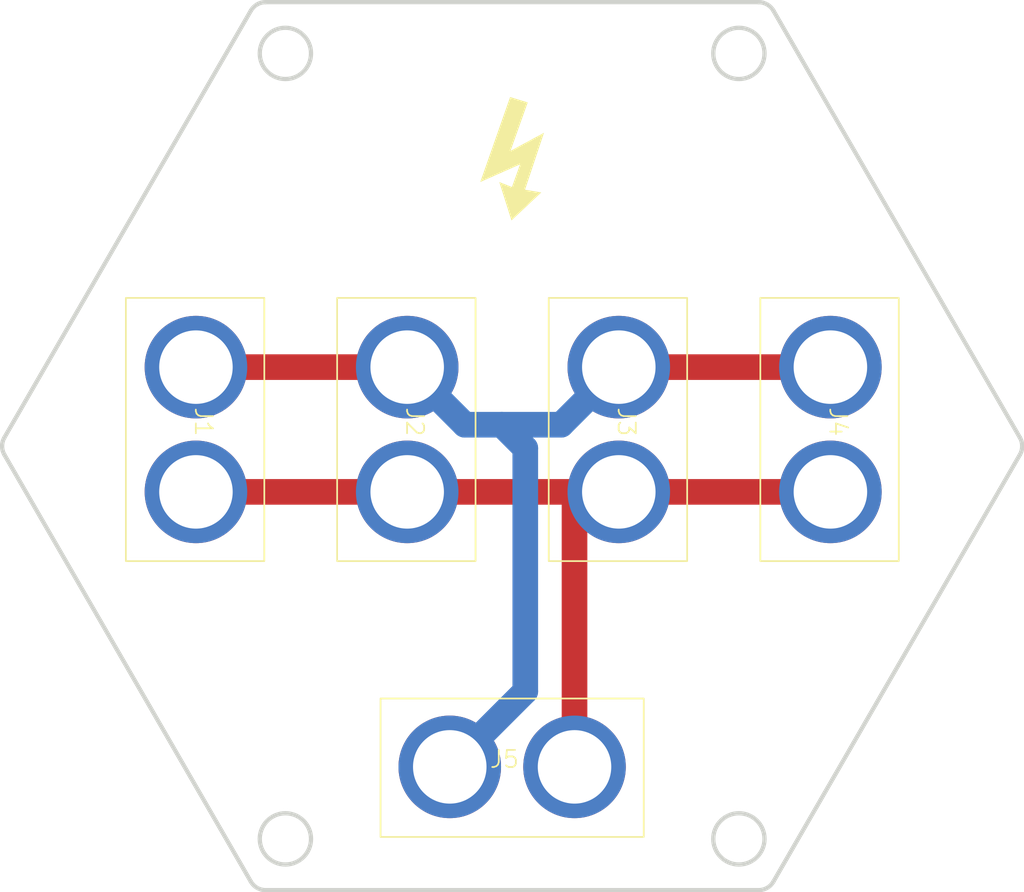
<source format=kicad_pcb>
(kicad_pcb (version 20221018) (generator pcbnew)
  (layers (0 "F.Cu" signal) (31 "B.Cu" signal) (34 "B.Paste" user) (35 "F.Paste" user) (36 "B.SilkS" user "B.Silkscreen") (37 "F.SilkS" user "F.Silkscreen") (38 "B.Mask" user) (39 "F.Mask" user) (44 "Edge.Cuts" user))
  (net 0 "")
  (net 1 "Net-(J1-Pad2)")
  (net 2 "Net-(J1-Pad1)")
  (footprint "XT-60:XT-60-Measured" (layer "F.Cu") (at 152.7423 100.1265 -90)
    (fp_text reference "J3" (at -0.45 -0.5 -90 unlocked) (layer "F.SilkS") (effects (font (thickness 0.1))))
    (fp_text value "XT60PW-F" hide)
    (fp_rect (start -7.7 -4.05) (end 7.7 4.05) (stroke (width 0.1)) (fill none) (layer "F.SilkS"))
    (pad "1" thru_hole circle (at -3.65 -0.05 270) (size 6 6) (drill 4.3) (layers "*.Cu" "*.Mask") (net 2 "Net-(J1-Pad1)"))
    (pad "2" thru_hole circle (at 3.65 -0.05 270) (size 6 6) (drill 4.3) (layers "*.Cu" "*.Mask") (net 1 "Net-(J1-Pad2)"))
  )
  (footprint "XT-60:XT-60-Measured" (layer "F.Cu") (at 146.5513 119.9175)
    (fp_text reference "J5" (at -0.45 -0.5 unlocked) (layer "F.SilkS") (effects (font (thickness 0.1))))
    (fp_text value "XT60PW-F" hide)
    (fp_rect (start -7.7 -4.05) (end 7.7 4.05) (stroke (width 0.1)) (fill none) (layer "F.SilkS"))
    (pad "1" thru_hole circle (at -3.65 -0.05) (size 6 6) (drill 4.3) (layers "*.Cu" "*.Mask") (net 2 "Net-(J1-Pad1)"))
    (pad "2" thru_hole circle (at 3.65 -0.05) (size 6 6) (drill 4.3) (layers "*.Cu" "*.Mask") (net 1 "Net-(J1-Pad2)"))
  )
  (footprint "XT-60:XT-60-Measured" (layer "F.Cu") (at 127.9994 100.1265 -90)
    (fp_text reference "J1" (at -0.45 -0.5 -90 unlocked) (layer "F.SilkS") (effects (font (thickness 0.1))))
    (fp_text value "XT60PW-F" hide)
    (fp_rect (start -7.7 -4.05) (end 7.7 4.05) (stroke (width 0.1)) (fill none) (layer "F.SilkS"))
    (pad "1" thru_hole circle (at -3.65 -0.05 270) (size 6 6) (drill 4.3) (layers "*.Cu" "*.Mask") (net 2 "Net-(J1-Pad1)"))
    (pad "2" thru_hole circle (at 3.65 -0.05 270) (size 6 6) (drill 4.3) (layers "*.Cu" "*.Mask") (net 1 "Net-(J1-Pad2)"))
  )
  (footprint "XT-60:XT-60-Measured" (layer "F.Cu") (at 140.3603 100.1265 -90)
    (fp_text reference "J2" (at -0.45 -0.5 -90 unlocked) (layer "F.SilkS") (effects (font (thickness 0.1))))
    (fp_text value "XT60PW-F" hide)
    (fp_rect (start -7.7 -4.05) (end 7.7 4.05) (stroke (width 0.1)) (fill none) (layer "F.SilkS"))
    (pad "1" thru_hole circle (at -3.65 -0.05 270) (size 6 6) (drill 4.3) (layers "*.Cu" "*.Mask") (net 2 "Net-(J1-Pad1)"))
    (pad "2" thru_hole circle (at 3.65 -0.05 270) (size 6 6) (drill 4.3) (layers "*.Cu" "*.Mask") (net 1 "Net-(J1-Pad2)"))
  )
  (footprint "XT-60:XT-60-Measured" (layer "F.Cu") (at 165.1243 100.1265 -90)
    (fp_text reference "J4" (at -0.45 -0.5 -90 unlocked) (layer "F.SilkS") (effects (font (thickness 0.1))))
    (fp_text value "XT60PW-F" hide)
    (fp_rect (start -7.7 -4.05) (end 7.7 4.05) (stroke (width 0.1)) (fill none) (layer "F.SilkS"))
    (pad "1" thru_hole circle (at -3.65 -0.05 270) (size 6 6) (drill 4.3) (layers "*.Cu" "*.Mask") (net 2 "Net-(J1-Pad1)"))
    (pad "2" thru_hole circle (at 3.65 -0.05 270) (size 6 6) (drill 4.3) (layers "*.Cu" "*.Mask") (net 1 "Net-(J1-Pad2)"))
  )
  (gr_poly (pts (xy 147.464158 80.988959) (xy 146.45874 83.82) (xy 148.416658 82.761668) (xy 147.305408 86.095417) (xy 148.257908 86.254167) (xy 146.511657 87.894584) (xy 145.797282 85.645625) (xy 146.538117 85.936667) (xy 147.014366 84.613751) (xy 144.686032 85.645625) (xy 146.432283 80.67146)) (fill solid) (layer "F.SilkS"))
  (gr_curve (pts (xy 132.128695 75.119248) (xy 131.77143 75.119248) (xy 131.441303 75.309847) (xy 131.26267 75.619247)) (stroke (width 0.25)) (layer "Edge.Cuts"))
  (gr_line (start 116.84 101.6) (end 131.262613 126.580782) (stroke (width 0.25)) (layer "Edge.Cuts"))
  (gr_circle (center 133.283395 78.119248) (end 134.783395 78.119248) (stroke (width 0.25)) (fill none) (layer "Edge.Cuts"))
  (gr_line (start 160.973996 75.119248) (end 132.128695 75.119248) (stroke (width 0.25)) (layer "Edge.Cuts"))
  (gr_curve (pts (xy 161.840021 75.619247) (xy 161.661388 75.309847) (xy 161.331262 75.119248) (xy 160.973996 75.119248)) (stroke (width 0.25)) (layer "Edge.Cuts"))
  (gr_line (start 176.262614 100.59987) (end 161.840021 75.619247) (stroke (width 0.25)) (layer "Edge.Cuts"))
  (gr_curve (pts (xy 176.262616 101.599869) (xy 176.441248 101.290468) (xy 176.441247 100.90927) (xy 176.262614 100.59987)) (stroke (width 0.25)) (layer "Edge.Cuts"))
  (gr_curve (pts (xy 160.97394 127.08072) (xy 161.331205 127.08072) (xy 161.661331 126.89012) (xy 161.839963 126.580719)) (stroke (width 0.25)) (layer "Edge.Cuts"))
  (gr_circle (center 159.819297 124.080752) (end 161.319297 124.080752) (stroke (width 0.25)) (fill none) (layer "Edge.Cuts"))
  (gr_line (start 132.128641 127.080783) (end 160.97394 127.08072) (stroke (width 0.25)) (layer "Edge.Cuts"))
  (gr_line (start 161.839963 126.580719) (end 176.262616 101.599869) (stroke (width 0.25)) (layer "Edge.Cuts"))
  (gr_circle (center 133.283395 124.080752) (end 134.783395 124.080752) (stroke (width 0.25)) (fill none) (layer "Edge.Cuts"))
  (gr_curve (pts (xy 116.840001 100.600001) (xy 116.661368 100.909401) (xy 116.661368 101.290599) (xy 116.84 101.6)) (stroke (width 0.25)) (layer "Edge.Cuts"))
  (gr_circle (center 159.819297 78.119248) (end 161.319297 78.119248) (stroke (width 0.25)) (fill none) (layer "Edge.Cuts"))
  (gr_line (start 131.26267 75.619247) (end 116.840001 100.600001) (stroke (width 0.25)) (layer "Edge.Cuts"))
  (gr_curve (pts (xy 131.262613 126.580782) (xy 131.441246 126.890184) (xy 131.771374 127.080784) (xy 132.128641 127.080783)) (stroke (width 0.25)) (layer "Edge.Cuts"))
  (segment (start 140.4103 103.7765) (end 150.2013 103.7765) (width 1.5) (layer "F.Cu") (net 1))
  (segment (start 165.1743 103.7765) (end 152.7923 103.7765) (width 1.5) (layer "F.Cu") (net 1))
  (segment (start 150.2013 103.7765) (end 152.7923 103.7765) (width 0.25) (layer "F.Cu") (net 1))
  (segment (start 128.0494 103.7765) (end 140.4103 103.7765) (width 1.5) (layer "F.Cu") (net 1))
  (segment (start 150.2013 103.7765) (end 150.2013 119.8675) (width 1.5) (layer "F.Cu") (net 1))
  (segment (start 128.0494 96.4765) (end 140.4103 96.4765) (width 1.5) (layer "F.Cu") (net 2))
  (segment (start 165.1743 96.4765) (end 152.7923 96.4765) (width 1.5) (layer "F.Cu") (net 2))
  (segment (start 140.4103 96.4765) (end 143.7803 99.8465) (width 1.5) (layer "B.Cu") (net 2))
  (segment (start 149.4223 99.8465) (end 143.7803 99.8465) (width 1.5) (layer "B.Cu") (net 2))
  (segment (start 145.9434 99.8465) (end 147.32 101.2231) (width 1.5) (layer "B.Cu") (net 2))
  (segment (start 147.32 101.2231) (end 147.32 115.4488) (width 1.5) (layer "B.Cu") (net 2))
  (segment (start 147.32 115.4488) (end 142.9013 119.8675) (width 1.5) (layer "B.Cu") (net 2))
  (segment (start 152.7923 96.4765) (end 149.4223 99.8465) (width 1.5) (layer "B.Cu") (net 2))
  (segment (start 143.7803 99.8465) (end 145.9434 99.8465) (width 0.25) (layer "B.Cu") (net 2))
)
</source>
